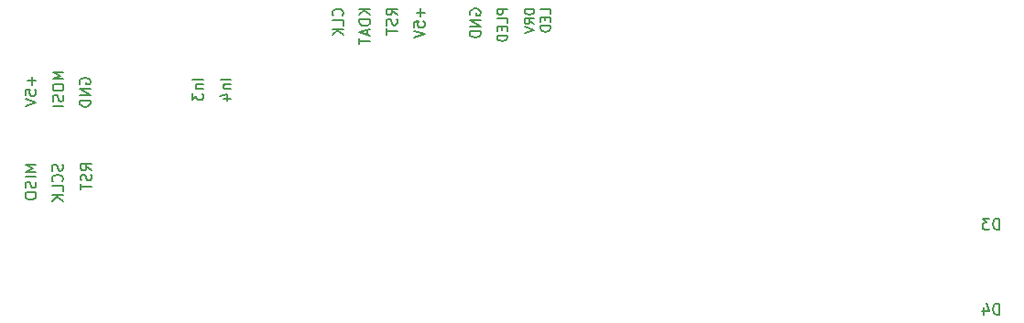
<source format=gbo>
%TF.GenerationSoftware,KiCad,Pcbnew,(5.1.6-0)*%
%TF.CreationDate,2022-03-16T10:00:05+01:00*%
%TF.ProjectId,A500KB,41353030-4b42-42e6-9b69-6361645f7063,rev?*%
%TF.SameCoordinates,Original*%
%TF.FileFunction,Legend,Bot*%
%TF.FilePolarity,Positive*%
%FSLAX46Y46*%
G04 Gerber Fmt 4.6, Leading zero omitted, Abs format (unit mm)*
G04 Created by KiCad (PCBNEW (5.1.6-0)) date 2022-03-16 10:00:05*
%MOMM*%
%LPD*%
G01*
G04 APERTURE LIST*
%ADD10C,0.150000*%
G04 APERTURE END LIST*
D10*
X371190780Y-229466971D02*
X370190780Y-229466971D01*
X370905066Y-229800304D01*
X370190780Y-230133638D01*
X371190780Y-230133638D01*
X370190780Y-230800304D02*
X370190780Y-230990780D01*
X370238400Y-231086019D01*
X370333638Y-231181257D01*
X370524114Y-231228876D01*
X370857447Y-231228876D01*
X371047923Y-231181257D01*
X371143161Y-231086019D01*
X371190780Y-230990780D01*
X371190780Y-230800304D01*
X371143161Y-230705066D01*
X371047923Y-230609828D01*
X370857447Y-230562209D01*
X370524114Y-230562209D01*
X370333638Y-230609828D01*
X370238400Y-230705066D01*
X370190780Y-230800304D01*
X371143161Y-231609828D02*
X371190780Y-231752685D01*
X371190780Y-231990780D01*
X371143161Y-232086019D01*
X371095542Y-232133638D01*
X371000304Y-232181257D01*
X370905066Y-232181257D01*
X370809828Y-232133638D01*
X370762209Y-232086019D01*
X370714590Y-231990780D01*
X370666971Y-231800304D01*
X370619352Y-231705066D01*
X370571733Y-231657447D01*
X370476495Y-231609828D01*
X370381257Y-231609828D01*
X370286019Y-231657447D01*
X370238400Y-231705066D01*
X370190780Y-231800304D01*
X370190780Y-232038400D01*
X370238400Y-232181257D01*
X371190780Y-232609828D02*
X370190780Y-232609828D01*
X368269828Y-229905085D02*
X368269828Y-230666990D01*
X368650780Y-230286038D02*
X367888876Y-230286038D01*
X367650780Y-231619371D02*
X367650780Y-231143180D01*
X368126971Y-231095561D01*
X368079352Y-231143180D01*
X368031733Y-231238419D01*
X368031733Y-231476514D01*
X368079352Y-231571752D01*
X368126971Y-231619371D01*
X368222209Y-231666990D01*
X368460304Y-231666990D01*
X368555542Y-231619371D01*
X368603161Y-231571752D01*
X368650780Y-231476514D01*
X368650780Y-231238419D01*
X368603161Y-231143180D01*
X368555542Y-231095561D01*
X367650780Y-231952704D02*
X368650780Y-232286038D01*
X367650780Y-232619371D01*
X372727600Y-230581295D02*
X372679980Y-230486057D01*
X372679980Y-230343200D01*
X372727600Y-230200342D01*
X372822838Y-230105104D01*
X372918076Y-230057485D01*
X373108552Y-230009866D01*
X373251409Y-230009866D01*
X373441885Y-230057485D01*
X373537123Y-230105104D01*
X373632361Y-230200342D01*
X373679980Y-230343200D01*
X373679980Y-230438438D01*
X373632361Y-230581295D01*
X373584742Y-230628914D01*
X373251409Y-230628914D01*
X373251409Y-230438438D01*
X373679980Y-231057485D02*
X372679980Y-231057485D01*
X373679980Y-231628914D01*
X372679980Y-231628914D01*
X373679980Y-232105104D02*
X372679980Y-232105104D01*
X372679980Y-232343200D01*
X372727600Y-232486057D01*
X372822838Y-232581295D01*
X372918076Y-232628914D01*
X373108552Y-232676533D01*
X373251409Y-232676533D01*
X373441885Y-232628914D01*
X373537123Y-232581295D01*
X373632361Y-232486057D01*
X373679980Y-232343200D01*
X373679980Y-232105104D01*
X373781580Y-238567980D02*
X373305390Y-238234647D01*
X373781580Y-237996552D02*
X372781580Y-237996552D01*
X372781580Y-238377504D01*
X372829200Y-238472742D01*
X372876819Y-238520361D01*
X372972057Y-238567980D01*
X373114914Y-238567980D01*
X373210152Y-238520361D01*
X373257771Y-238472742D01*
X373305390Y-238377504D01*
X373305390Y-237996552D01*
X373733961Y-238948933D02*
X373781580Y-239091790D01*
X373781580Y-239329885D01*
X373733961Y-239425123D01*
X373686342Y-239472742D01*
X373591104Y-239520361D01*
X373495866Y-239520361D01*
X373400628Y-239472742D01*
X373353009Y-239425123D01*
X373305390Y-239329885D01*
X373257771Y-239139409D01*
X373210152Y-239044171D01*
X373162533Y-238996552D01*
X373067295Y-238948933D01*
X372972057Y-238948933D01*
X372876819Y-238996552D01*
X372829200Y-239044171D01*
X372781580Y-239139409D01*
X372781580Y-239377504D01*
X372829200Y-239520361D01*
X372781580Y-239806076D02*
X372781580Y-240377504D01*
X373781580Y-240091790D02*
X372781580Y-240091790D01*
X371092361Y-238034723D02*
X371139980Y-238177580D01*
X371139980Y-238415676D01*
X371092361Y-238510914D01*
X371044742Y-238558533D01*
X370949504Y-238606152D01*
X370854266Y-238606152D01*
X370759028Y-238558533D01*
X370711409Y-238510914D01*
X370663790Y-238415676D01*
X370616171Y-238225200D01*
X370568552Y-238129961D01*
X370520933Y-238082342D01*
X370425695Y-238034723D01*
X370330457Y-238034723D01*
X370235219Y-238082342D01*
X370187600Y-238129961D01*
X370139980Y-238225200D01*
X370139980Y-238463295D01*
X370187600Y-238606152D01*
X371044742Y-239606152D02*
X371092361Y-239558533D01*
X371139980Y-239415676D01*
X371139980Y-239320438D01*
X371092361Y-239177580D01*
X370997123Y-239082342D01*
X370901885Y-239034723D01*
X370711409Y-238987104D01*
X370568552Y-238987104D01*
X370378076Y-239034723D01*
X370282838Y-239082342D01*
X370187600Y-239177580D01*
X370139980Y-239320438D01*
X370139980Y-239415676D01*
X370187600Y-239558533D01*
X370235219Y-239606152D01*
X371139980Y-240510914D02*
X371139980Y-240034723D01*
X370139980Y-240034723D01*
X371139980Y-240844247D02*
X370139980Y-240844247D01*
X371139980Y-241415676D02*
X370568552Y-240987104D01*
X370139980Y-241415676D02*
X370711409Y-240844247D01*
X368650780Y-238052171D02*
X367650780Y-238052171D01*
X368365066Y-238385504D01*
X367650780Y-238718838D01*
X368650780Y-238718838D01*
X368650780Y-239195028D02*
X367650780Y-239195028D01*
X368603161Y-239623600D02*
X368650780Y-239766457D01*
X368650780Y-240004552D01*
X368603161Y-240099790D01*
X368555542Y-240147409D01*
X368460304Y-240195028D01*
X368365066Y-240195028D01*
X368269828Y-240147409D01*
X368222209Y-240099790D01*
X368174590Y-240004552D01*
X368126971Y-239814076D01*
X368079352Y-239718838D01*
X368031733Y-239671219D01*
X367936495Y-239623600D01*
X367841257Y-239623600D01*
X367746019Y-239671219D01*
X367698400Y-239718838D01*
X367650780Y-239814076D01*
X367650780Y-240052171D01*
X367698400Y-240195028D01*
X367650780Y-240814076D02*
X367650780Y-241004552D01*
X367698400Y-241099790D01*
X367793638Y-241195028D01*
X367984114Y-241242647D01*
X368317447Y-241242647D01*
X368507923Y-241195028D01*
X368603161Y-241099790D01*
X368650780Y-241004552D01*
X368650780Y-240814076D01*
X368603161Y-240718838D01*
X368507923Y-240623600D01*
X368317447Y-240575980D01*
X367984114Y-240575980D01*
X367793638Y-240623600D01*
X367698400Y-240718838D01*
X367650780Y-240814076D01*
X414693142Y-223616971D02*
X413793142Y-223616971D01*
X413793142Y-223831257D01*
X413836000Y-223959828D01*
X413921714Y-224045542D01*
X414007428Y-224088400D01*
X414178857Y-224131257D01*
X414307428Y-224131257D01*
X414478857Y-224088400D01*
X414564571Y-224045542D01*
X414650285Y-223959828D01*
X414693142Y-223831257D01*
X414693142Y-223616971D01*
X414693142Y-225031257D02*
X414264571Y-224731257D01*
X414693142Y-224516971D02*
X413793142Y-224516971D01*
X413793142Y-224859828D01*
X413836000Y-224945542D01*
X413878857Y-224988400D01*
X413964571Y-225031257D01*
X414093142Y-225031257D01*
X414178857Y-224988400D01*
X414221714Y-224945542D01*
X414264571Y-224859828D01*
X414264571Y-224516971D01*
X413793142Y-225288400D02*
X414693142Y-225588400D01*
X413793142Y-225888400D01*
X416193142Y-224109828D02*
X416193142Y-223681257D01*
X415293142Y-223681257D01*
X415721714Y-224409828D02*
X415721714Y-224709828D01*
X416193142Y-224838400D02*
X416193142Y-224409828D01*
X415293142Y-224409828D01*
X415293142Y-224838400D01*
X416193142Y-225224114D02*
X415293142Y-225224114D01*
X415293142Y-225438400D01*
X415336000Y-225566971D01*
X415421714Y-225652685D01*
X415507428Y-225695542D01*
X415678857Y-225738400D01*
X415807428Y-225738400D01*
X415978857Y-225695542D01*
X416064571Y-225652685D01*
X416150285Y-225566971D01*
X416193142Y-225438400D01*
X416193142Y-225224114D01*
X412191942Y-223637657D02*
X411291942Y-223637657D01*
X411291942Y-223980514D01*
X411334800Y-224066228D01*
X411377657Y-224109085D01*
X411463371Y-224151942D01*
X411591942Y-224151942D01*
X411677657Y-224109085D01*
X411720514Y-224066228D01*
X411763371Y-223980514D01*
X411763371Y-223637657D01*
X412191942Y-224966228D02*
X412191942Y-224537657D01*
X411291942Y-224537657D01*
X411720514Y-225266228D02*
X411720514Y-225566228D01*
X412191942Y-225694800D02*
X412191942Y-225266228D01*
X411291942Y-225266228D01*
X411291942Y-225694800D01*
X412191942Y-226080514D02*
X411291942Y-226080514D01*
X411291942Y-226294800D01*
X411334800Y-226423371D01*
X411420514Y-226509085D01*
X411506228Y-226551942D01*
X411677657Y-226594800D01*
X411806228Y-226594800D01*
X411977657Y-226551942D01*
X412063371Y-226509085D01*
X412149085Y-226423371D01*
X412191942Y-226294800D01*
X412191942Y-226080514D01*
X408795600Y-224180495D02*
X408747980Y-224085257D01*
X408747980Y-223942400D01*
X408795600Y-223799542D01*
X408890838Y-223704304D01*
X408986076Y-223656685D01*
X409176552Y-223609066D01*
X409319409Y-223609066D01*
X409509885Y-223656685D01*
X409605123Y-223704304D01*
X409700361Y-223799542D01*
X409747980Y-223942400D01*
X409747980Y-224037638D01*
X409700361Y-224180495D01*
X409652742Y-224228114D01*
X409319409Y-224228114D01*
X409319409Y-224037638D01*
X409747980Y-224656685D02*
X408747980Y-224656685D01*
X409747980Y-225228114D01*
X408747980Y-225228114D01*
X409747980Y-225704304D02*
X408747980Y-225704304D01*
X408747980Y-225942400D01*
X408795600Y-226085257D01*
X408890838Y-226180495D01*
X408986076Y-226228114D01*
X409176552Y-226275733D01*
X409319409Y-226275733D01*
X409509885Y-226228114D01*
X409605123Y-226180495D01*
X409700361Y-226085257D01*
X409747980Y-225942400D01*
X409747980Y-225704304D01*
X404185428Y-223605885D02*
X404185428Y-224367790D01*
X404566380Y-223986838D02*
X403804476Y-223986838D01*
X403566380Y-225320171D02*
X403566380Y-224843980D01*
X404042571Y-224796361D01*
X403994952Y-224843980D01*
X403947333Y-224939219D01*
X403947333Y-225177314D01*
X403994952Y-225272552D01*
X404042571Y-225320171D01*
X404137809Y-225367790D01*
X404375904Y-225367790D01*
X404471142Y-225320171D01*
X404518761Y-225272552D01*
X404566380Y-225177314D01*
X404566380Y-224939219D01*
X404518761Y-224843980D01*
X404471142Y-224796361D01*
X403566380Y-225653504D02*
X404566380Y-225986838D01*
X403566380Y-226320171D01*
X402026380Y-224191580D02*
X401550190Y-223858247D01*
X402026380Y-223620152D02*
X401026380Y-223620152D01*
X401026380Y-224001104D01*
X401074000Y-224096342D01*
X401121619Y-224143961D01*
X401216857Y-224191580D01*
X401359714Y-224191580D01*
X401454952Y-224143961D01*
X401502571Y-224096342D01*
X401550190Y-224001104D01*
X401550190Y-223620152D01*
X401978761Y-224572533D02*
X402026380Y-224715390D01*
X402026380Y-224953485D01*
X401978761Y-225048723D01*
X401931142Y-225096342D01*
X401835904Y-225143961D01*
X401740666Y-225143961D01*
X401645428Y-225096342D01*
X401597809Y-225048723D01*
X401550190Y-224953485D01*
X401502571Y-224763009D01*
X401454952Y-224667771D01*
X401407333Y-224620152D01*
X401312095Y-224572533D01*
X401216857Y-224572533D01*
X401121619Y-224620152D01*
X401074000Y-224667771D01*
X401026380Y-224763009D01*
X401026380Y-225001104D01*
X401074000Y-225143961D01*
X401026380Y-225429676D02*
X401026380Y-226001104D01*
X402026380Y-225715390D02*
X401026380Y-225715390D01*
X399537180Y-223624971D02*
X398537180Y-223624971D01*
X399537180Y-224196400D02*
X398965752Y-223767828D01*
X398537180Y-224196400D02*
X399108609Y-223624971D01*
X399537180Y-224624971D02*
X398537180Y-224624971D01*
X398537180Y-224863066D01*
X398584800Y-225005923D01*
X398680038Y-225101161D01*
X398775276Y-225148780D01*
X398965752Y-225196400D01*
X399108609Y-225196400D01*
X399299085Y-225148780D01*
X399394323Y-225101161D01*
X399489561Y-225005923D01*
X399537180Y-224863066D01*
X399537180Y-224624971D01*
X399251466Y-225577352D02*
X399251466Y-226053542D01*
X399537180Y-225482114D02*
X398537180Y-225815447D01*
X399537180Y-226148780D01*
X398537180Y-226339257D02*
X398537180Y-226910685D01*
X399537180Y-226624971D02*
X398537180Y-226624971D01*
X396952742Y-224245561D02*
X397000361Y-224197942D01*
X397047980Y-224055085D01*
X397047980Y-223959847D01*
X397000361Y-223816990D01*
X396905123Y-223721752D01*
X396809885Y-223674133D01*
X396619409Y-223626514D01*
X396476552Y-223626514D01*
X396286076Y-223674133D01*
X396190838Y-223721752D01*
X396095600Y-223816990D01*
X396047980Y-223959847D01*
X396047980Y-224055085D01*
X396095600Y-224197942D01*
X396143219Y-224245561D01*
X397047980Y-225150323D02*
X397047980Y-224674133D01*
X396047980Y-224674133D01*
X397047980Y-225483657D02*
X396047980Y-225483657D01*
X397047980Y-226055085D02*
X396476552Y-225626514D01*
X396047980Y-226055085D02*
X396619409Y-225483657D01*
X386684780Y-230160628D02*
X385684780Y-230160628D01*
X386018114Y-230636819D02*
X386684780Y-230636819D01*
X386113352Y-230636819D02*
X386065733Y-230684438D01*
X386018114Y-230779676D01*
X386018114Y-230922533D01*
X386065733Y-231017771D01*
X386160971Y-231065390D01*
X386684780Y-231065390D01*
X386018114Y-231970152D02*
X386684780Y-231970152D01*
X385637161Y-231732057D02*
X386351447Y-231493961D01*
X386351447Y-232113009D01*
X384093980Y-230160628D02*
X383093980Y-230160628D01*
X383427314Y-230636819D02*
X384093980Y-230636819D01*
X383522552Y-230636819D02*
X383474933Y-230684438D01*
X383427314Y-230779676D01*
X383427314Y-230922533D01*
X383474933Y-231017771D01*
X383570171Y-231065390D01*
X384093980Y-231065390D01*
X383093980Y-231446342D02*
X383093980Y-232065390D01*
X383474933Y-231732057D01*
X383474933Y-231874914D01*
X383522552Y-231970152D01*
X383570171Y-232017771D01*
X383665409Y-232065390D01*
X383903504Y-232065390D01*
X383998742Y-232017771D01*
X384046361Y-231970152D01*
X384093980Y-231874914D01*
X384093980Y-231589200D01*
X384046361Y-231493961D01*
X383998742Y-231446342D01*
%TO.C,D4*%
X457684095Y-251912380D02*
X457684095Y-250912380D01*
X457446000Y-250912380D01*
X457303142Y-250960000D01*
X457207904Y-251055238D01*
X457160285Y-251150476D01*
X457112666Y-251340952D01*
X457112666Y-251483809D01*
X457160285Y-251674285D01*
X457207904Y-251769523D01*
X457303142Y-251864761D01*
X457446000Y-251912380D01*
X457684095Y-251912380D01*
X456255523Y-251245714D02*
X456255523Y-251912380D01*
X456493619Y-250864761D02*
X456731714Y-251579047D01*
X456112666Y-251579047D01*
%TO.C,D3*%
X457684095Y-244038380D02*
X457684095Y-243038380D01*
X457446000Y-243038380D01*
X457303142Y-243086000D01*
X457207904Y-243181238D01*
X457160285Y-243276476D01*
X457112666Y-243466952D01*
X457112666Y-243609809D01*
X457160285Y-243800285D01*
X457207904Y-243895523D01*
X457303142Y-243990761D01*
X457446000Y-244038380D01*
X457684095Y-244038380D01*
X456779333Y-243038380D02*
X456160285Y-243038380D01*
X456493619Y-243419333D01*
X456350761Y-243419333D01*
X456255523Y-243466952D01*
X456207904Y-243514571D01*
X456160285Y-243609809D01*
X456160285Y-243847904D01*
X456207904Y-243943142D01*
X456255523Y-243990761D01*
X456350761Y-244038380D01*
X456636476Y-244038380D01*
X456731714Y-243990761D01*
X456779333Y-243943142D01*
%TD*%
M02*

</source>
